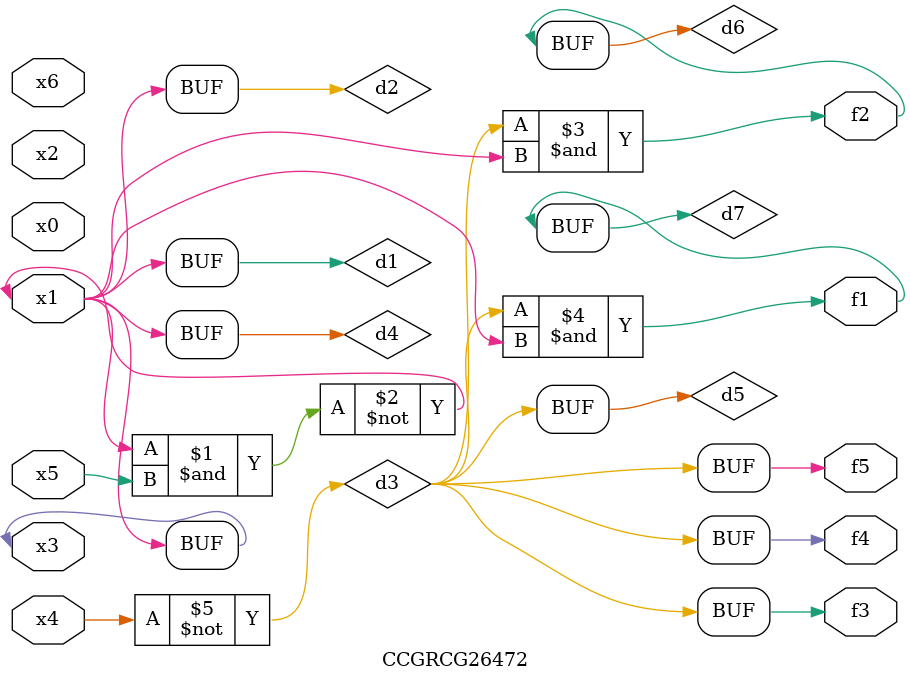
<source format=v>
module CCGRCG26472(
	input x0, x1, x2, x3, x4, x5, x6,
	output f1, f2, f3, f4, f5
);

	wire d1, d2, d3, d4, d5, d6, d7;

	buf (d1, x1, x3);
	nand (d2, x1, x5);
	not (d3, x4);
	buf (d4, d1, d2);
	buf (d5, d3);
	and (d6, d3, d4);
	and (d7, d3, d4);
	assign f1 = d7;
	assign f2 = d6;
	assign f3 = d5;
	assign f4 = d5;
	assign f5 = d5;
endmodule

</source>
